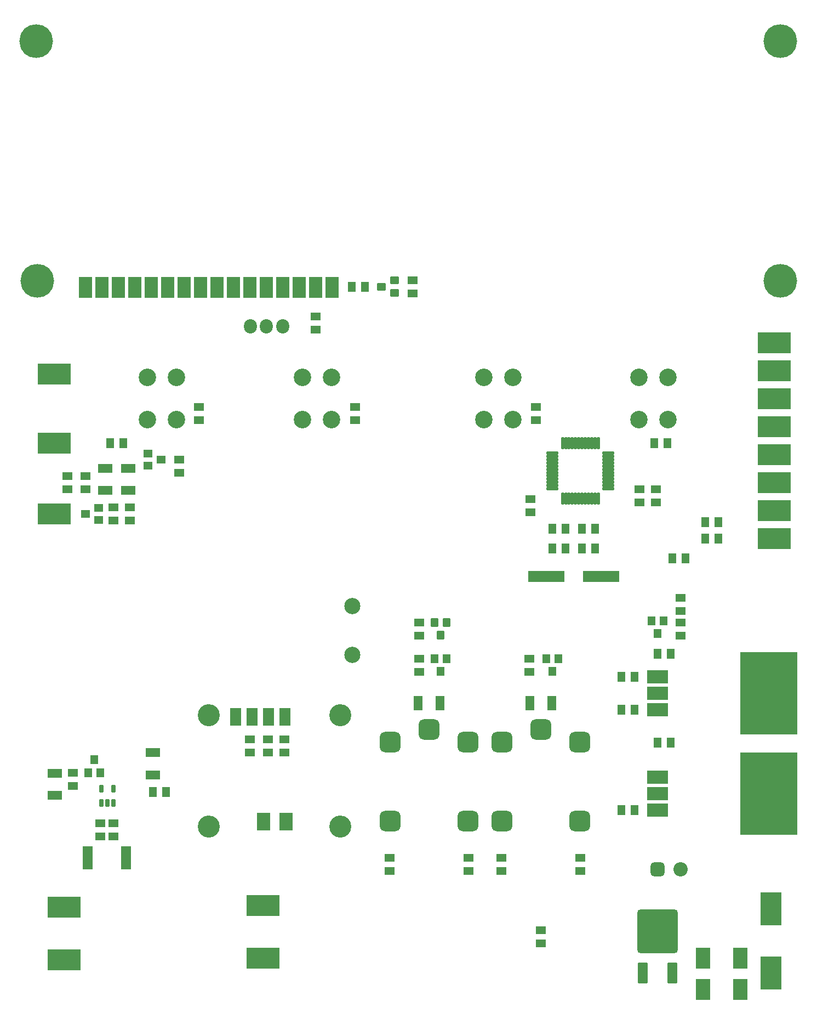
<source format=gbs>
G04 Layer_Color=16711935*
%FSLAX25Y25*%
%MOIN*%
G70*
G01*
G75*
G04:AMPARAMS|DCode=52|XSize=126.11mil|YSize=126.11mil|CornerRadius=33.53mil|HoleSize=0mil|Usage=FLASHONLY|Rotation=90.000|XOffset=0mil|YOffset=0mil|HoleType=Round|Shape=RoundedRectangle|*
%AMROUNDEDRECTD52*
21,1,0.12611,0.05906,0,0,90.0*
21,1,0.05906,0.12611,0,0,90.0*
1,1,0.06706,0.02953,0.02953*
1,1,0.06706,0.02953,-0.02953*
1,1,0.06706,-0.02953,-0.02953*
1,1,0.06706,-0.02953,0.02953*
%
%ADD52ROUNDEDRECTD52*%
%ADD53R,0.07887X0.10642*%
%ADD54C,0.13398*%
%ADD55R,0.07099X0.10642*%
%ADD56C,0.08674*%
G04:AMPARAMS|DCode=57|XSize=86.74mil|YSize=86.74mil|CornerRadius=23.69mil|HoleSize=0mil|Usage=FLASHONLY|Rotation=0.000|XOffset=0mil|YOffset=0mil|HoleType=Round|Shape=RoundedRectangle|*
%AMROUNDEDRECTD57*
21,1,0.08674,0.03937,0,0,0.0*
21,1,0.03937,0.08674,0,0,0.0*
1,1,0.04737,0.01969,-0.01969*
1,1,0.04737,-0.01969,-0.01969*
1,1,0.04737,-0.01969,0.01969*
1,1,0.04737,0.01969,0.01969*
%
%ADD57ROUNDEDRECTD57*%
%ADD58C,0.09855*%
%ADD59O,0.07887X0.08674*%
%ADD60R,0.12611X0.07887*%
%ADD62C,0.20485*%
%ADD63R,0.07887X0.12611*%
%ADD64C,0.10642*%
%ADD65R,0.35000X0.50000*%
%ADD66R,0.20485X0.12611*%
%ADD67R,0.05721X0.08674*%
%ADD68R,0.08674X0.05721*%
%ADD69R,0.04737X0.05524*%
G04:AMPARAMS|DCode=70|XSize=27.29mil|YSize=45.4mil|CornerRadius=4.97mil|HoleSize=0mil|Usage=FLASHONLY|Rotation=180.000|XOffset=0mil|YOffset=0mil|HoleType=Round|Shape=RoundedRectangle|*
%AMROUNDEDRECTD70*
21,1,0.02729,0.03547,0,0,180.0*
21,1,0.01736,0.04540,0,0,180.0*
1,1,0.00993,-0.00868,0.01774*
1,1,0.00993,0.00868,0.01774*
1,1,0.00993,0.00868,-0.01774*
1,1,0.00993,-0.00868,-0.01774*
%
%ADD70ROUNDEDRECTD70*%
%ADD71R,0.06312X0.04934*%
%ADD72R,0.06115X0.13989*%
%ADD73R,0.04934X0.06312*%
%ADD74R,0.08674X0.12611*%
G04:AMPARAMS|DCode=75|XSize=47.37mil|YSize=55.24mil|CornerRadius=5.97mil|HoleSize=0mil|Usage=FLASHONLY|Rotation=180.000|XOffset=0mil|YOffset=0mil|HoleType=Round|Shape=RoundedRectangle|*
%AMROUNDEDRECTD75*
21,1,0.04737,0.04331,0,0,180.0*
21,1,0.03543,0.05524,0,0,180.0*
1,1,0.01194,-0.01772,0.02165*
1,1,0.01194,0.01772,0.02165*
1,1,0.01194,0.01772,-0.02165*
1,1,0.01194,-0.01772,-0.02165*
%
%ADD75ROUNDEDRECTD75*%
%ADD76R,0.05524X0.04737*%
G04:AMPARAMS|DCode=77|XSize=244.22mil|YSize=263.91mil|CornerRadius=15.81mil|HoleSize=0mil|Usage=FLASHONLY|Rotation=0.000|XOffset=0mil|YOffset=0mil|HoleType=Round|Shape=RoundedRectangle|*
%AMROUNDEDRECTD77*
21,1,0.24422,0.23228,0,0,0.0*
21,1,0.21260,0.26391,0,0,0.0*
1,1,0.03162,0.10630,-0.11614*
1,1,0.03162,-0.10630,-0.11614*
1,1,0.03162,-0.10630,0.11614*
1,1,0.03162,0.10630,0.11614*
%
%ADD77ROUNDEDRECTD77*%
G04:AMPARAMS|DCode=78|XSize=63.12mil|YSize=126.11mil|CornerRadius=6.76mil|HoleSize=0mil|Usage=FLASHONLY|Rotation=180.000|XOffset=0mil|YOffset=0mil|HoleType=Round|Shape=RoundedRectangle|*
%AMROUNDEDRECTD78*
21,1,0.06312,0.11260,0,0,180.0*
21,1,0.04961,0.12611,0,0,180.0*
1,1,0.01351,-0.02480,0.05630*
1,1,0.01351,0.02480,0.05630*
1,1,0.01351,0.02480,-0.05630*
1,1,0.01351,-0.02480,-0.05630*
%
%ADD78ROUNDEDRECTD78*%
%ADD79R,0.22453X0.06706*%
G04:AMPARAMS|DCode=80|XSize=19.81mil|YSize=74.93mil|CornerRadius=4.59mil|HoleSize=0mil|Usage=FLASHONLY|Rotation=0.000|XOffset=0mil|YOffset=0mil|HoleType=Round|Shape=RoundedRectangle|*
%AMROUNDEDRECTD80*
21,1,0.01981,0.06575,0,0,0.0*
21,1,0.01063,0.07493,0,0,0.0*
1,1,0.00918,0.00532,-0.03287*
1,1,0.00918,-0.00532,-0.03287*
1,1,0.00918,-0.00532,0.03287*
1,1,0.00918,0.00532,0.03287*
%
%ADD80ROUNDEDRECTD80*%
G04:AMPARAMS|DCode=81|XSize=19.81mil|YSize=74.93mil|CornerRadius=4.59mil|HoleSize=0mil|Usage=FLASHONLY|Rotation=270.000|XOffset=0mil|YOffset=0mil|HoleType=Round|Shape=RoundedRectangle|*
%AMROUNDEDRECTD81*
21,1,0.01981,0.06575,0,0,270.0*
21,1,0.01063,0.07493,0,0,270.0*
1,1,0.00918,-0.03287,-0.00532*
1,1,0.00918,-0.03287,0.00532*
1,1,0.00918,0.03287,0.00532*
1,1,0.00918,0.03287,-0.00532*
%
%ADD81ROUNDEDRECTD81*%
G04:AMPARAMS|DCode=82|XSize=47.37mil|YSize=55.24mil|CornerRadius=5.97mil|HoleSize=0mil|Usage=FLASHONLY|Rotation=90.000|XOffset=0mil|YOffset=0mil|HoleType=Round|Shape=RoundedRectangle|*
%AMROUNDEDRECTD82*
21,1,0.04737,0.04331,0,0,90.0*
21,1,0.03543,0.05524,0,0,90.0*
1,1,0.01194,0.02165,0.01772*
1,1,0.01194,0.02165,-0.01772*
1,1,0.01194,-0.02165,-0.01772*
1,1,0.01194,-0.02165,0.01772*
%
%ADD82ROUNDEDRECTD82*%
%ADD83R,0.12611X0.20485*%
D52*
X1005922Y443779D02*
D03*
X958678D02*
D03*
X1005922Y395747D02*
D03*
X958678D02*
D03*
X982300Y451653D02*
D03*
X937922Y443779D02*
D03*
X890678D02*
D03*
X937922Y395747D02*
D03*
X890678D02*
D03*
X914300Y451653D02*
D03*
D53*
X813520Y395700D02*
D03*
X827300D02*
D03*
D54*
X860213Y392550D02*
D03*
X780213D02*
D03*
Y460109D02*
D03*
X860213D02*
D03*
D55*
X826713Y459109D02*
D03*
X816713D02*
D03*
X806713D02*
D03*
X796713D02*
D03*
D56*
X1067137Y366684D02*
D03*
D57*
X1053358D02*
D03*
D58*
X867702Y526684D02*
D03*
Y496763D02*
D03*
D59*
X815300Y696700D02*
D03*
X805457D02*
D03*
X825142D02*
D03*
D60*
X1053247Y473684D02*
D03*
Y463684D02*
D03*
Y483684D02*
D03*
Y412684D02*
D03*
Y402684D02*
D03*
Y422684D02*
D03*
D62*
X1128102Y724185D02*
D03*
Y869854D02*
D03*
X675346D02*
D03*
X675772Y724176D02*
D03*
D63*
X715221Y720239D02*
D03*
X705221D02*
D03*
X725221D02*
D03*
X735221D02*
D03*
X745221D02*
D03*
X755221D02*
D03*
X765221D02*
D03*
X775221D02*
D03*
X785221D02*
D03*
X795221D02*
D03*
X805221D02*
D03*
X815221D02*
D03*
X825221D02*
D03*
X835221D02*
D03*
X845221D02*
D03*
X855221D02*
D03*
D64*
X965276Y639887D02*
D03*
X947560Y665477D02*
D03*
X965276D02*
D03*
X947560Y639887D02*
D03*
X855040Y639887D02*
D03*
X837324Y665477D02*
D03*
X855040D02*
D03*
X837324Y639887D02*
D03*
X760552D02*
D03*
X742835Y665477D02*
D03*
X760552D02*
D03*
X742835Y639887D02*
D03*
X1059765D02*
D03*
X1042048Y665477D02*
D03*
X1059765D02*
D03*
X1042048Y639887D02*
D03*
D65*
X1120800Y473700D02*
D03*
Y412700D02*
D03*
D66*
X1124300Y686700D02*
D03*
X692300Y311700D02*
D03*
Y343700D02*
D03*
X686300Y667700D02*
D03*
Y625700D02*
D03*
X686284Y582653D02*
D03*
X1124300Y669700D02*
D03*
Y652700D02*
D03*
Y635700D02*
D03*
Y618700D02*
D03*
Y601700D02*
D03*
Y584700D02*
D03*
Y567700D02*
D03*
X813300Y344700D02*
D03*
Y312700D02*
D03*
D67*
X907703Y467695D02*
D03*
X921091Y467702D02*
D03*
X975703Y467695D02*
D03*
X989091Y467702D02*
D03*
D68*
X731294Y610297D02*
D03*
X731302Y596909D02*
D03*
X717295Y610297D02*
D03*
X717302Y596909D02*
D03*
X686528Y424874D02*
D03*
X686536Y411485D02*
D03*
X746308Y424073D02*
D03*
X746300Y437461D02*
D03*
D69*
X706793Y425340D02*
D03*
X710533Y433214D02*
D03*
X714274Y425340D02*
D03*
X993040Y494637D02*
D03*
X989300Y486763D02*
D03*
X985560Y494637D02*
D03*
X925040D02*
D03*
X921300Y486763D02*
D03*
X917560Y494637D02*
D03*
X1049560Y517637D02*
D03*
X1053300Y509763D02*
D03*
X1057040Y517637D02*
D03*
D70*
X718533Y406926D02*
D03*
X722274Y406926D02*
D03*
X714793D02*
D03*
Y415627D02*
D03*
X722274D02*
D03*
D71*
X697533Y425312D02*
D03*
Y417241D02*
D03*
X714300Y386665D02*
D03*
Y394735D02*
D03*
X722300Y386665D02*
D03*
Y394735D02*
D03*
X958300Y365665D02*
D03*
Y373735D02*
D03*
X1006300Y365665D02*
D03*
Y373735D02*
D03*
X975300Y494735D02*
D03*
Y486665D02*
D03*
X938300Y373735D02*
D03*
Y365665D02*
D03*
X890300Y373735D02*
D03*
Y365665D02*
D03*
X908300Y486665D02*
D03*
Y494735D02*
D03*
Y508665D02*
D03*
Y516735D02*
D03*
X1067300Y531735D02*
D03*
Y523665D02*
D03*
X694284Y597617D02*
D03*
Y605688D02*
D03*
X826300Y437665D02*
D03*
Y445735D02*
D03*
X805300D02*
D03*
Y437665D02*
D03*
X705284Y597617D02*
D03*
Y605688D02*
D03*
X722284Y578617D02*
D03*
Y586688D02*
D03*
X732284Y578617D02*
D03*
Y586688D02*
D03*
X762300Y607665D02*
D03*
Y615735D02*
D03*
X1067300Y516735D02*
D03*
Y508665D02*
D03*
X1042300Y597735D02*
D03*
Y589665D02*
D03*
X1052300Y589665D02*
D03*
Y597735D02*
D03*
X975956Y583657D02*
D03*
Y591728D02*
D03*
X845300Y702735D02*
D03*
Y694665D02*
D03*
X904300Y724735D02*
D03*
Y716665D02*
D03*
X816300Y437665D02*
D03*
Y445735D02*
D03*
X979300Y647735D02*
D03*
Y639665D02*
D03*
X869300Y647735D02*
D03*
Y639665D02*
D03*
X774300Y647735D02*
D03*
Y639665D02*
D03*
X982300Y321665D02*
D03*
Y329735D02*
D03*
D72*
X706587Y373700D02*
D03*
X730013D02*
D03*
D73*
X754335Y413700D02*
D03*
X746265D02*
D03*
X1070335Y555700D02*
D03*
X1062265D02*
D03*
X728335Y625700D02*
D03*
X720265D02*
D03*
X1039335Y483700D02*
D03*
X1031265D02*
D03*
X1039335Y463700D02*
D03*
X1031265D02*
D03*
X1039335Y402700D02*
D03*
X1031265D02*
D03*
X1053265Y497700D02*
D03*
X1061335D02*
D03*
X1090335Y567700D02*
D03*
X1082265D02*
D03*
X1090335Y577700D02*
D03*
X1082265D02*
D03*
X1007265Y561700D02*
D03*
X1015335D02*
D03*
X997335Y573700D02*
D03*
X989265D02*
D03*
X997335Y561700D02*
D03*
X989265D02*
D03*
X1015335Y573700D02*
D03*
X1007265D02*
D03*
X1051265Y625700D02*
D03*
X1059335D02*
D03*
X867265Y720700D02*
D03*
X875335D02*
D03*
X1061283Y443684D02*
D03*
X1053212D02*
D03*
D74*
X1103717Y312700D02*
D03*
X1080883D02*
D03*
X1103717Y293700D02*
D03*
X1080883D02*
D03*
D75*
X925040Y516637D02*
D03*
X921300Y508763D02*
D03*
X917560Y516637D02*
D03*
D76*
X713221Y586393D02*
D03*
X705347Y582653D02*
D03*
X713221Y578913D02*
D03*
X743347Y611913D02*
D03*
X751221Y615653D02*
D03*
X743347Y619393D02*
D03*
D77*
X1053300Y328952D02*
D03*
D78*
X1044245Y303558D02*
D03*
X1062355D02*
D03*
D79*
X985568Y544700D02*
D03*
X1019032D02*
D03*
D80*
X1017127Y625629D02*
D03*
X995473D02*
D03*
X997442D02*
D03*
X999410D02*
D03*
X1001379D02*
D03*
X1005316D02*
D03*
X1007284D02*
D03*
X1009253D02*
D03*
X1011221D02*
D03*
X1013190D02*
D03*
X1015158D02*
D03*
Y591771D02*
D03*
X1013190D02*
D03*
X1011221D02*
D03*
X1009253D02*
D03*
X1007284D02*
D03*
X1005316D02*
D03*
X1003347D02*
D03*
X1001379D02*
D03*
X999410D02*
D03*
X997442D02*
D03*
X995473D02*
D03*
X1017127D02*
D03*
X1003347Y625629D02*
D03*
D81*
X1023229Y599842D02*
D03*
Y601810D02*
D03*
Y603779D02*
D03*
Y607716D02*
D03*
Y609684D02*
D03*
Y611653D02*
D03*
Y613621D02*
D03*
X989371Y619527D02*
D03*
Y617558D02*
D03*
Y613621D02*
D03*
Y611653D02*
D03*
Y609684D02*
D03*
Y605747D02*
D03*
Y603779D02*
D03*
X1023229Y597873D02*
D03*
Y605747D02*
D03*
Y615590D02*
D03*
Y617558D02*
D03*
Y619527D02*
D03*
X989371Y597873D02*
D03*
Y615590D02*
D03*
Y607716D02*
D03*
Y601810D02*
D03*
Y599842D02*
D03*
D82*
X893237Y716960D02*
D03*
X885363Y720700D02*
D03*
X893237Y724440D02*
D03*
D83*
X1122300Y342700D02*
D03*
Y303700D02*
D03*
M02*

</source>
